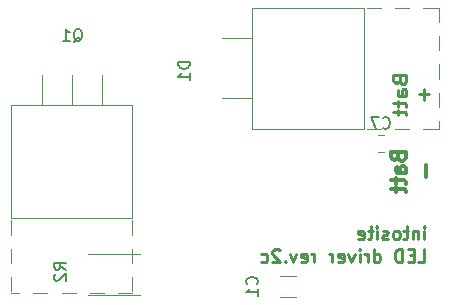
<source format=gbr>
%TF.GenerationSoftware,KiCad,Pcbnew,(5.1.9)-1*%
%TF.CreationDate,2021-04-21T21:59:07+08:00*%
%TF.ProjectId,xhp70-driver,78687037-302d-4647-9269-7665722e6b69,rev?*%
%TF.SameCoordinates,Original*%
%TF.FileFunction,Legend,Bot*%
%TF.FilePolarity,Positive*%
%FSLAX46Y46*%
G04 Gerber Fmt 4.6, Leading zero omitted, Abs format (unit mm)*
G04 Created by KiCad (PCBNEW (5.1.9)-1) date 2021-04-21 21:59:07*
%MOMM*%
%LPD*%
G01*
G04 APERTURE LIST*
%ADD10C,0.275000*%
%ADD11C,0.312500*%
%ADD12C,0.120000*%
%ADD13C,0.150000*%
G04 APERTURE END LIST*
D10*
X153309345Y-71035119D02*
X153309345Y-70301785D01*
X153309345Y-69935119D02*
X153361726Y-69987500D01*
X153309345Y-70039880D01*
X153256964Y-69987500D01*
X153309345Y-69935119D01*
X153309345Y-70039880D01*
X152785535Y-70301785D02*
X152785535Y-71035119D01*
X152785535Y-70406547D02*
X152733154Y-70354166D01*
X152628392Y-70301785D01*
X152471250Y-70301785D01*
X152366488Y-70354166D01*
X152314107Y-70458928D01*
X152314107Y-71035119D01*
X151947440Y-70301785D02*
X151528392Y-70301785D01*
X151790297Y-69935119D02*
X151790297Y-70877976D01*
X151737916Y-70982738D01*
X151633154Y-71035119D01*
X151528392Y-71035119D01*
X151004583Y-71035119D02*
X151109345Y-70982738D01*
X151161726Y-70930357D01*
X151214107Y-70825595D01*
X151214107Y-70511309D01*
X151161726Y-70406547D01*
X151109345Y-70354166D01*
X151004583Y-70301785D01*
X150847440Y-70301785D01*
X150742678Y-70354166D01*
X150690297Y-70406547D01*
X150637916Y-70511309D01*
X150637916Y-70825595D01*
X150690297Y-70930357D01*
X150742678Y-70982738D01*
X150847440Y-71035119D01*
X151004583Y-71035119D01*
X150218869Y-70982738D02*
X150114107Y-71035119D01*
X149904583Y-71035119D01*
X149799821Y-70982738D01*
X149747440Y-70877976D01*
X149747440Y-70825595D01*
X149799821Y-70720833D01*
X149904583Y-70668452D01*
X150061726Y-70668452D01*
X150166488Y-70616071D01*
X150218869Y-70511309D01*
X150218869Y-70458928D01*
X150166488Y-70354166D01*
X150061726Y-70301785D01*
X149904583Y-70301785D01*
X149799821Y-70354166D01*
X149276011Y-71035119D02*
X149276011Y-70301785D01*
X149276011Y-69935119D02*
X149328392Y-69987500D01*
X149276011Y-70039880D01*
X149223630Y-69987500D01*
X149276011Y-69935119D01*
X149276011Y-70039880D01*
X148909345Y-70301785D02*
X148490297Y-70301785D01*
X148752202Y-69935119D02*
X148752202Y-70877976D01*
X148699821Y-70982738D01*
X148595059Y-71035119D01*
X148490297Y-71035119D01*
X147704583Y-70982738D02*
X147809345Y-71035119D01*
X148018869Y-71035119D01*
X148123630Y-70982738D01*
X148176011Y-70877976D01*
X148176011Y-70458928D01*
X148123630Y-70354166D01*
X148018869Y-70301785D01*
X147809345Y-70301785D01*
X147704583Y-70354166D01*
X147652202Y-70458928D01*
X147652202Y-70563690D01*
X148176011Y-70668452D01*
X152785535Y-72960119D02*
X153309345Y-72960119D01*
X153309345Y-71860119D01*
X152418869Y-72383928D02*
X152052202Y-72383928D01*
X151895059Y-72960119D02*
X152418869Y-72960119D01*
X152418869Y-71860119D01*
X151895059Y-71860119D01*
X151423630Y-72960119D02*
X151423630Y-71860119D01*
X151161726Y-71860119D01*
X151004583Y-71912500D01*
X150899821Y-72017261D01*
X150847440Y-72122023D01*
X150795059Y-72331547D01*
X150795059Y-72488690D01*
X150847440Y-72698214D01*
X150899821Y-72802976D01*
X151004583Y-72907738D01*
X151161726Y-72960119D01*
X151423630Y-72960119D01*
X149014107Y-72960119D02*
X149014107Y-71860119D01*
X149014107Y-72907738D02*
X149118869Y-72960119D01*
X149328392Y-72960119D01*
X149433154Y-72907738D01*
X149485535Y-72855357D01*
X149537916Y-72750595D01*
X149537916Y-72436309D01*
X149485535Y-72331547D01*
X149433154Y-72279166D01*
X149328392Y-72226785D01*
X149118869Y-72226785D01*
X149014107Y-72279166D01*
X148490297Y-72960119D02*
X148490297Y-72226785D01*
X148490297Y-72436309D02*
X148437916Y-72331547D01*
X148385535Y-72279166D01*
X148280773Y-72226785D01*
X148176011Y-72226785D01*
X147809345Y-72960119D02*
X147809345Y-72226785D01*
X147809345Y-71860119D02*
X147861726Y-71912500D01*
X147809345Y-71964880D01*
X147756964Y-71912500D01*
X147809345Y-71860119D01*
X147809345Y-71964880D01*
X147390297Y-72226785D02*
X147128392Y-72960119D01*
X146866488Y-72226785D01*
X146028392Y-72907738D02*
X146133154Y-72960119D01*
X146342678Y-72960119D01*
X146447440Y-72907738D01*
X146499821Y-72802976D01*
X146499821Y-72383928D01*
X146447440Y-72279166D01*
X146342678Y-72226785D01*
X146133154Y-72226785D01*
X146028392Y-72279166D01*
X145976011Y-72383928D01*
X145976011Y-72488690D01*
X146499821Y-72593452D01*
X145504583Y-72960119D02*
X145504583Y-72226785D01*
X145504583Y-72436309D02*
X145452202Y-72331547D01*
X145399821Y-72279166D01*
X145295059Y-72226785D01*
X145190297Y-72226785D01*
X143985535Y-72960119D02*
X143985535Y-72226785D01*
X143985535Y-72436309D02*
X143933154Y-72331547D01*
X143880773Y-72279166D01*
X143776011Y-72226785D01*
X143671250Y-72226785D01*
X142885535Y-72907738D02*
X142990297Y-72960119D01*
X143199821Y-72960119D01*
X143304583Y-72907738D01*
X143356964Y-72802976D01*
X143356964Y-72383928D01*
X143304583Y-72279166D01*
X143199821Y-72226785D01*
X142990297Y-72226785D01*
X142885535Y-72279166D01*
X142833154Y-72383928D01*
X142833154Y-72488690D01*
X143356964Y-72593452D01*
X142466488Y-72226785D02*
X142204583Y-72960119D01*
X141942678Y-72226785D01*
X141523630Y-72855357D02*
X141471250Y-72907738D01*
X141523630Y-72960119D01*
X141576011Y-72907738D01*
X141523630Y-72855357D01*
X141523630Y-72960119D01*
X141052202Y-71964880D02*
X140999821Y-71912500D01*
X140895059Y-71860119D01*
X140633154Y-71860119D01*
X140528392Y-71912500D01*
X140476011Y-71964880D01*
X140423630Y-72069642D01*
X140423630Y-72174404D01*
X140476011Y-72331547D01*
X141104583Y-72960119D01*
X140423630Y-72960119D01*
X139480773Y-72907738D02*
X139585535Y-72960119D01*
X139795059Y-72960119D01*
X139899821Y-72907738D01*
X139952202Y-72855357D01*
X140004583Y-72750595D01*
X140004583Y-72436309D01*
X139952202Y-72331547D01*
X139899821Y-72279166D01*
X139795059Y-72226785D01*
X139585535Y-72226785D01*
X139480773Y-72279166D01*
D11*
X151066964Y-64059523D02*
X151126488Y-64238095D01*
X151186011Y-64297619D01*
X151305059Y-64357142D01*
X151483630Y-64357142D01*
X151602678Y-64297619D01*
X151662202Y-64238095D01*
X151721726Y-64119047D01*
X151721726Y-63642857D01*
X150471726Y-63642857D01*
X150471726Y-64059523D01*
X150531250Y-64178571D01*
X150590773Y-64238095D01*
X150709821Y-64297619D01*
X150828869Y-64297619D01*
X150947916Y-64238095D01*
X151007440Y-64178571D01*
X151066964Y-64059523D01*
X151066964Y-63642857D01*
X151721726Y-65428571D02*
X151066964Y-65428571D01*
X150947916Y-65369047D01*
X150888392Y-65250000D01*
X150888392Y-65011904D01*
X150947916Y-64892857D01*
X151662202Y-65428571D02*
X151721726Y-65309523D01*
X151721726Y-65011904D01*
X151662202Y-64892857D01*
X151543154Y-64833333D01*
X151424107Y-64833333D01*
X151305059Y-64892857D01*
X151245535Y-65011904D01*
X151245535Y-65309523D01*
X151186011Y-65428571D01*
X150888392Y-65845238D02*
X150888392Y-66321428D01*
X150471726Y-66023809D02*
X151543154Y-66023809D01*
X151662202Y-66083333D01*
X151721726Y-66202380D01*
X151721726Y-66321428D01*
X150888392Y-66559523D02*
X150888392Y-67035714D01*
X150471726Y-66738095D02*
X151543154Y-66738095D01*
X151662202Y-66797619D01*
X151721726Y-66916666D01*
X151721726Y-67035714D01*
X153433035Y-64773809D02*
X153433035Y-65726190D01*
D10*
X151208928Y-57559523D02*
X151261309Y-57738095D01*
X151313690Y-57797619D01*
X151418452Y-57857142D01*
X151575595Y-57857142D01*
X151680357Y-57797619D01*
X151732738Y-57738095D01*
X151785119Y-57619047D01*
X151785119Y-57142857D01*
X150685119Y-57142857D01*
X150685119Y-57559523D01*
X150737500Y-57678571D01*
X150789880Y-57738095D01*
X150894642Y-57797619D01*
X150999404Y-57797619D01*
X151104166Y-57738095D01*
X151156547Y-57678571D01*
X151208928Y-57559523D01*
X151208928Y-57142857D01*
X151785119Y-58928571D02*
X151208928Y-58928571D01*
X151104166Y-58869047D01*
X151051785Y-58750000D01*
X151051785Y-58511904D01*
X151104166Y-58392857D01*
X151732738Y-58928571D02*
X151785119Y-58809523D01*
X151785119Y-58511904D01*
X151732738Y-58392857D01*
X151627976Y-58333333D01*
X151523214Y-58333333D01*
X151418452Y-58392857D01*
X151366071Y-58511904D01*
X151366071Y-58809523D01*
X151313690Y-58928571D01*
X151051785Y-59345238D02*
X151051785Y-59821428D01*
X150685119Y-59523809D02*
X151627976Y-59523809D01*
X151732738Y-59583333D01*
X151785119Y-59702380D01*
X151785119Y-59821428D01*
X151051785Y-60059523D02*
X151051785Y-60535714D01*
X150685119Y-60238095D02*
X151627976Y-60238095D01*
X151732738Y-60297619D01*
X151785119Y-60416666D01*
X151785119Y-60535714D01*
X153291071Y-58273809D02*
X153291071Y-59226190D01*
X153710119Y-58750000D02*
X152872023Y-58750000D01*
D12*
%TO.C,C7*%
X149861252Y-62165000D02*
X149338748Y-62165000D01*
X149861252Y-63635000D02*
X149338748Y-63635000D01*
%TO.C,Q1*%
X120920000Y-57150000D02*
X120920000Y-59690000D01*
X123460000Y-57150000D02*
X123460000Y-59690000D01*
X126000000Y-57150000D02*
X126000000Y-59690000D01*
X118340000Y-74220000D02*
X118340000Y-75420000D01*
X118340000Y-71820000D02*
X118340000Y-73020000D01*
X118340000Y-69420000D02*
X118340000Y-70620000D01*
X128580000Y-74220000D02*
X128580000Y-75420000D01*
X128580000Y-71820000D02*
X128580000Y-73020000D01*
X128580000Y-69420000D02*
X128580000Y-70620000D01*
X118980000Y-75580000D02*
X118340000Y-75580000D01*
X121380000Y-75580000D02*
X120180000Y-75580000D01*
X123780000Y-75580000D02*
X122580000Y-75580000D01*
X126181000Y-75580000D02*
X124980000Y-75580000D01*
X128580000Y-75580000D02*
X127380000Y-75580000D01*
X118340000Y-59690000D02*
X118340000Y-69180000D01*
X128580000Y-59690000D02*
X128580000Y-69180000D01*
X128580000Y-69180000D02*
X118340000Y-69180000D01*
X128580000Y-59690000D02*
X118340000Y-59690000D01*
%TO.C,D1*%
X136165000Y-59080000D02*
X138690000Y-59080000D01*
X136150000Y-54000000D02*
X138690000Y-54000000D01*
X153220000Y-61660000D02*
X154420000Y-61660000D01*
X150820000Y-61660000D02*
X152020000Y-61660000D01*
X148420000Y-61660000D02*
X149620000Y-61660000D01*
X153220000Y-51420000D02*
X154420000Y-51420000D01*
X150820000Y-51420000D02*
X152020000Y-51420000D01*
X148420000Y-51420000D02*
X149620000Y-51420000D01*
X154580000Y-61020000D02*
X154580000Y-61660000D01*
X154580000Y-58620000D02*
X154580000Y-59820000D01*
X154580000Y-56220000D02*
X154580000Y-57420000D01*
X154580000Y-53819000D02*
X154580000Y-55020000D01*
X154580000Y-51420000D02*
X154580000Y-52620000D01*
X138690000Y-61660000D02*
X148180000Y-61660000D01*
X138690000Y-51420000D02*
X148180000Y-51420000D01*
X148180000Y-51420000D02*
X148180000Y-61660000D01*
X138690000Y-51420000D02*
X138690000Y-61660000D01*
%TO.C,R2*%
X129214564Y-72290000D02*
X124860436Y-72290000D01*
X129214564Y-75710000D02*
X124860436Y-75710000D01*
%TO.C,C1*%
X141038748Y-75910000D02*
X142461252Y-75910000D01*
X141038748Y-74090000D02*
X142461252Y-74090000D01*
%TO.C,C7*%
D13*
X149766666Y-61577142D02*
X149814285Y-61624761D01*
X149957142Y-61672380D01*
X150052380Y-61672380D01*
X150195238Y-61624761D01*
X150290476Y-61529523D01*
X150338095Y-61434285D01*
X150385714Y-61243809D01*
X150385714Y-61100952D01*
X150338095Y-60910476D01*
X150290476Y-60815238D01*
X150195238Y-60720000D01*
X150052380Y-60672380D01*
X149957142Y-60672380D01*
X149814285Y-60720000D01*
X149766666Y-60767619D01*
X149433333Y-60672380D02*
X148766666Y-60672380D01*
X149195238Y-61672380D01*
%TO.C,Q1*%
X123595238Y-54297619D02*
X123690476Y-54250000D01*
X123785714Y-54154761D01*
X123928571Y-54011904D01*
X124023809Y-53964285D01*
X124119047Y-53964285D01*
X124071428Y-54202380D02*
X124166666Y-54154761D01*
X124261904Y-54059523D01*
X124309523Y-53869047D01*
X124309523Y-53535714D01*
X124261904Y-53345238D01*
X124166666Y-53250000D01*
X124071428Y-53202380D01*
X123880952Y-53202380D01*
X123785714Y-53250000D01*
X123690476Y-53345238D01*
X123642857Y-53535714D01*
X123642857Y-53869047D01*
X123690476Y-54059523D01*
X123785714Y-54154761D01*
X123880952Y-54202380D01*
X124071428Y-54202380D01*
X122690476Y-54202380D02*
X123261904Y-54202380D01*
X122976190Y-54202380D02*
X122976190Y-53202380D01*
X123071428Y-53345238D01*
X123166666Y-53440476D01*
X123261904Y-53488095D01*
%TO.C,D1*%
X133452380Y-56011904D02*
X132452380Y-56011904D01*
X132452380Y-56250000D01*
X132500000Y-56392857D01*
X132595238Y-56488095D01*
X132690476Y-56535714D01*
X132880952Y-56583333D01*
X133023809Y-56583333D01*
X133214285Y-56535714D01*
X133309523Y-56488095D01*
X133404761Y-56392857D01*
X133452380Y-56250000D01*
X133452380Y-56011904D01*
X133452380Y-57535714D02*
X133452380Y-56964285D01*
X133452380Y-57250000D02*
X132452380Y-57250000D01*
X132595238Y-57154761D01*
X132690476Y-57059523D01*
X132738095Y-56964285D01*
%TO.C,R2*%
X122952380Y-73583333D02*
X122476190Y-73250000D01*
X122952380Y-73011904D02*
X121952380Y-73011904D01*
X121952380Y-73392857D01*
X122000000Y-73488095D01*
X122047619Y-73535714D01*
X122142857Y-73583333D01*
X122285714Y-73583333D01*
X122380952Y-73535714D01*
X122428571Y-73488095D01*
X122476190Y-73392857D01*
X122476190Y-73011904D01*
X122047619Y-73964285D02*
X122000000Y-74011904D01*
X121952380Y-74107142D01*
X121952380Y-74345238D01*
X122000000Y-74440476D01*
X122047619Y-74488095D01*
X122142857Y-74535714D01*
X122238095Y-74535714D01*
X122380952Y-74488095D01*
X122952380Y-73916666D01*
X122952380Y-74535714D01*
%TO.C,C1*%
X139107142Y-74833333D02*
X139154761Y-74785714D01*
X139202380Y-74642857D01*
X139202380Y-74547619D01*
X139154761Y-74404761D01*
X139059523Y-74309523D01*
X138964285Y-74261904D01*
X138773809Y-74214285D01*
X138630952Y-74214285D01*
X138440476Y-74261904D01*
X138345238Y-74309523D01*
X138250000Y-74404761D01*
X138202380Y-74547619D01*
X138202380Y-74642857D01*
X138250000Y-74785714D01*
X138297619Y-74833333D01*
X139202380Y-75785714D02*
X139202380Y-75214285D01*
X139202380Y-75500000D02*
X138202380Y-75500000D01*
X138345238Y-75404761D01*
X138440476Y-75309523D01*
X138488095Y-75214285D01*
%TD*%
M02*

</source>
